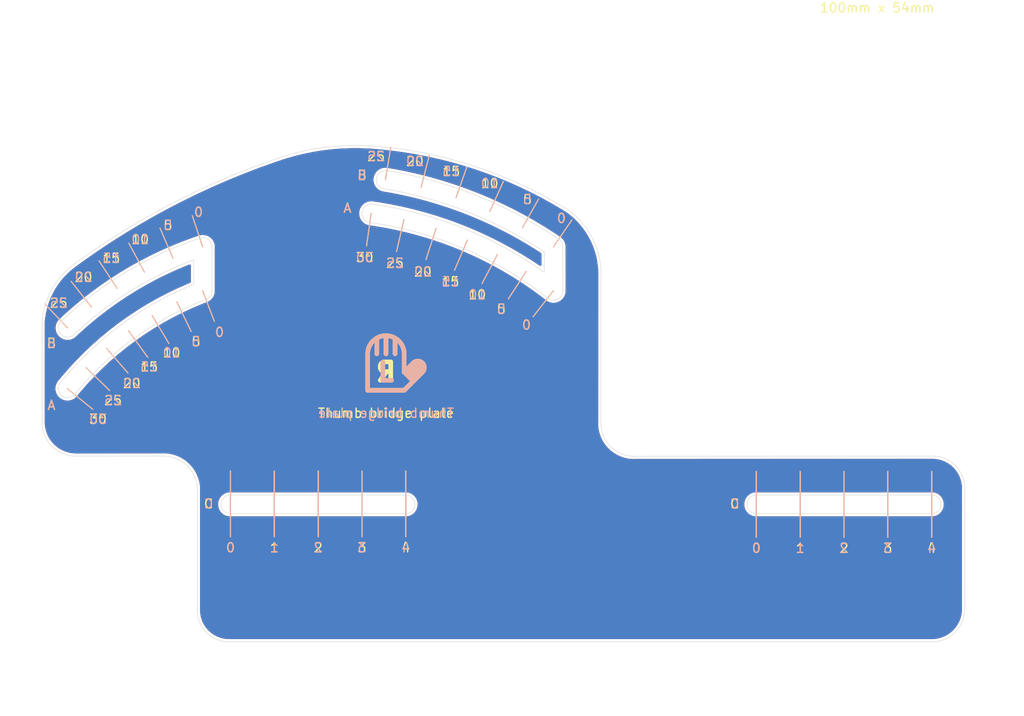
<source format=kicad_pcb>
(kicad_pcb (version 20210228) (generator pcbnew)
  (title_block (rev "1") (company "@e3w2q"))
  (layers (0 "F.Cu" signal) (31 "B.Cu" signal) (34 "B.Paste" user) (35 "F.Paste" user) (36 "B.SilkS" user "B.Silkscreen") (37 "F.SilkS" user "F.Silkscreen") (38 "B.Mask" user) (39 "F.Mask" user) (44 "Edge.Cuts" user))
  (net 0 "")
  (gr_line (start 120.843441 97.371634) (end 120.843441 104.515385) (layer "B.SilkS") (width 0.12))
  (gr_line (start 73.251812 97.319668) (end 73.251812 104.463419) (layer "B.SilkS") (width 0.12))
  (gr_line (start 78.016786 97.318492) (end 78.016786 104.462241) (layer "B.SilkS") (width 0.12))
  (gr_line (start 49.621228 75.699968) (end 47.924193 72.555411) (layer "B.SilkS") (width 0.12))
  (gr_line (start 73.868567 88.54637) (end 77.837319 88.54637) (layer "B.SilkS") (width 0.5))
  (gr_arc (start 75.852943 84.577618) (end 73.868567 84.577618) (angle 180) (layer "B.SilkS") (width 0.5))
  (gr_line (start 77.810152 69.979648) (end 77.005293 73.457114) (layer "B.SilkS") (width 0.12))
  (gr_line (start 87.970264 73.778992) (end 86.292796 76.929653) (layer "B.SilkS") (width 0.12))
  (gr_line (start 78.829506 87.554181) (end 77.837318 86.561994) (layer "B.SilkS") (width 0.5))
  (gr_line (start 78.014312 97.319668) (end 78.014312 104.463419) (layer "B.SilkS") (width 0.12))
  (gr_line (start 55.942177 77.719193) (end 57.215895 81.05212) (layer "B.SilkS") (width 0.12))
  (gr_line (start 90.678442 70.874585) (end 92.430032 67.761527) (layer "B.SilkS") (width 0.12))
  (gr_line (start 43.870354 79.499597) (end 41.653054 76.697499) (layer "B.SilkS") (width 0.12))
  (gr_line (start 58.964312 97.319668) (end 58.964312 104.463419) (layer "B.SilkS") (width 0.12))
  (gr_line (start 46.662843 77.474238) (end 44.6982 74.489553) (layer "B.SilkS") (width 0.12))
  (gr_line (start 76.845131 84.577618) (end 76.845131 83.089336) (layer "B.SilkS") (width 0.5))
  (gr_line (start 135.133415 97.370458) (end 135.133415 104.514207) (layer "B.SilkS") (width 0.12))
  (gr_line (start 79.623236 85.768242) (end 78.432608 86.95887) (layer "B.SilkS") (width 0.5))
  (gr_line (start 52.722993 74.19029) (end 51.306482 70.909792) (layer "B.SilkS") (width 0.12))
  (gr_line (start 55.944532 72.956693) (end 54.819325 69.565221) (layer "B.SilkS") (width 0.12))
  (gr_line (start 81.303208 70.948564) (end 80.198331 74.342649) (layer "B.SilkS") (width 0.12))
  (gr_line (start 73.868567 88.54637) (end 73.868567 84.577618) (layer "B.SilkS") (width 0.5))
  (gr_line (start 43.275598 86.077917) (end 45.838534 88.560278) (layer "B.SilkS") (width 0.12))
  (gr_line (start 68.491786 97.318492) (end 68.491786 104.462241) (layer "B.SilkS") (width 0.12))
  (gr_line (start 91.093523 75.618962) (end 89.147841 78.611433) (layer "B.SilkS") (width 0.12))
  (gr_line (start 45.497012 83.975689) (end 47.833843 86.671979) (layer "B.SilkS") (width 0.12))
  (gr_arc (start 79.325601 86.0659) (end 79.821694 86.561993) (angle -180) (layer "B.SilkS") (width 0.5))
  (gr_line (start 50.445908 80.390524) (end 52.279032 83.451638) (layer "B.SilkS") (width 0.12))
  (gr_line (start 79.821693 86.165121) (end 78.829484 87.157308) (layer "B.SilkS") (width 0.5))
  (gr_line (start 78.829508 85.569807) (end 77.837319 86.561994) (layer "B.SilkS") (width 0.5))
  (gr_line (start 75.852943 84.577618) (end 75.852943 82.593242) (layer "B.SilkS") (width 0.5))
  (gr_line (start 83.465897 67.618012) (end 84.6503 64.248088) (layer "B.SilkS") (width 0.12))
  (gr_line (start 84.698526 72.218233) (end 83.302039 75.503106) (layer "B.SilkS") (width 0.12))
  (gr_line (start 116.080941 97.371634) (end 116.080941 104.515385) (layer "B.SilkS") (width 0.12))
  (gr_line (start 74.860755 84.577618) (end 74.860755 83.089336) (layer "B.SilkS") (width 0.5))
  (gr_line (start 125.608415 97.370458) (end 125.608415 104.514207) (layer "B.SilkS") (width 0.12))
  (gr_line (start 130.368441 97.371634) (end 130.368441 104.515385) (layer "B.SilkS") (width 0.12))
  (gr_line (start 79.22636 85.569804) (end 78.23417 86.561994) (layer "B.SilkS") (width 0.5))
  (gr_line (start 79.821694 86.561993) (end 77.837319 88.54637) (layer "B.SilkS") (width 0.5))
  (gr_line (start 41.265013 81.76063) (end 38.811931 79.162445) (layer "B.SilkS") (width 0.12))
  (gr_line (start 130.370915 97.370458) (end 130.370915 104.514207) (layer "B.SilkS") (width 0.12))
  (gr_line (start 87.143262 69.088845) (end 88.616866 65.834972) (layer "B.SilkS") (width 0.12))
  (gr_line (start 120.845915 97.370458) (end 120.845915 104.514207) (layer "B.SilkS") (width 0.12))
  (gr_line (start 68.489312 97.319668) (end 68.489312 104.463419) (layer "B.SilkS") (width 0.12))
  (gr_line (start 63.729286 97.318492) (end 63.729286 104.462241) (layer "B.SilkS") (width 0.12))
  (gr_line (start 79.674334 66.473279) (end 80.560522 63.012951) (layer "B.SilkS") (width 0.12))
  (gr_line (start 125.605941 97.371634) (end 125.605941 104.515385) (layer "B.SilkS") (width 0.12))
  (gr_line (start 74.245941 69.318859) (end 73.747226 72.85324) (layer "B.SilkS") (width 0.12))
  (gr_line (start 41.245858 88.365754) (end 44.015393 90.615294) (layer "B.SilkS") (width 0.12))
  (gr_line (start 53.135726 78.934872) (end 54.695081 82.144105) (layer "B.SilkS") (width 0.12))
  (gr_line (start 73.254286 97.318492) (end 73.254286 104.462241) (layer "B.SilkS") (width 0.12))
  (gr_line (start 58.966786 97.318492) (end 58.966786 104.462241) (layer "B.SilkS") (width 0.12))
  (gr_line (start 77.837319 86.561994) (end 77.837319 84.577618) (layer "B.SilkS") (width 0.5))
  (gr_line (start 135.130941 97.371634) (end 135.130941 104.515385) (layer "B.SilkS") (width 0.12))
  (gr_line (start 94.044533 77.724141) (end 91.845444 80.535647) (layer "B.SilkS") (width 0.12))
  (gr_line (start 75.797429 65.663359) (end 76.378658 62.138962) (layer "B.SilkS") (width 0.12))
  (gr_line (start 47.893194 82.07507) (end 49.986136 84.964768) (layer "B.SilkS") (width 0.12))
  (gr_line (start 116.083415 97.370458) (end 116.083415 104.514207) (layer "B.SilkS") (width 0.12))
  (gr_line (start 94.044532 72.961641) (end 96.060777 70.01309) (layer "B.SilkS") (width 0.12))
  (gr_line (start 63.726812 97.319668) (end 63.726812 104.463419) (layer "B.SilkS") (width 0.12))
  (gr_line (start 55.944532 72.956693) (end 54.819325 69.565221) (layer "F.SilkS") (width 0.12))
  (gr_line (start 45.497012 83.975689) (end 47.833843 86.671979) (layer "F.SilkS") (width 0.12))
  (gr_line (start 68.49426 104.461064) (end 68.49426 97.317313) (layer "F.SilkS") (width 0.12))
  (gr_line (start 125.608415 104.514208) (end 125.608415 97.370458) (layer "F.SilkS") (width 0.12))
  (gr_line (start 94.044532 72.961641) (end 96.060777 70.01309) (layer "F.SilkS") (width 0.12))
  (gr_line (start 77.810152 69.979648) (end 77.005293 73.457114) (layer "F.SilkS") (width 0.12))
  (gr_line (start 74.860755 84.577618) (end 74.860755 83.089336) (layer "F.SilkS") (width 0.5))
  (gr_line (start 73.868567 88.54637) (end 73.868567 84.577618) (layer "F.SilkS") (width 0.5))
  (gr_line (start 63.729286 104.462242) (end 63.729286 97.318492) (layer "F.SilkS") (width 0.12))
  (gr_line (start 79.226361 85.569804) (end 78.234171 86.561994) (layer "F.SilkS") (width 0.5))
  (gr_line (start 79.623237 85.768242) (end 78.432609 86.95887) (layer "F.SilkS") (width 0.5))
  (gr_line (start 46.662843 77.474238) (end 44.6982 74.489553) (layer "F.SilkS") (width 0.12))
  (gr_line (start 78.829507 87.554181) (end 77.837319 86.561994) (layer "F.SilkS") (width 0.5))
  (gr_line (start 52.722993 74.19029) (end 51.306482 70.909792) (layer "F.SilkS") (width 0.12))
  (gr_line (start 55.942177 77.719193) (end 57.215895 81.05212) (layer "F.SilkS") (width 0.12))
  (gr_line (start 79.821694 86.561993) (end 77.837319 88.54637) (layer "F.SilkS") (width 0.5))
  (gr_line (start 83.465897 67.618012) (end 84.6503 64.248088) (layer "F.SilkS") (width 0.12))
  (gr_line (start 120.845915 104.514208) (end 120.845915 97.370458) (layer "F.SilkS") (width 0.12))
  (gr_line (start 41.265013 81.76063) (end 38.811931 79.162445) (layer "F.SilkS") (width 0.12))
  (gr_line (start 135.133415 104.514208) (end 135.133415 97.370458) (layer "F.SilkS") (width 0.12))
  (gr_arc (start 75.852943 84.577618) (end 77.837319 84.577618) (angle -180) (layer "F.SilkS") (width 0.5))
  (gr_line (start 78.01926 104.461064) (end 78.01926 97.317313) (layer "F.SilkS") (width 0.12))
  (gr_line (start 81.303208 70.948564) (end 80.198331 74.342649) (layer "F.SilkS") (width 0.12))
  (gr_line (start 50.445908 80.390524) (end 52.279032 83.451638) (layer "F.SilkS") (width 0.12))
  (gr_line (start 53.135726 78.934872) (end 54.695081 82.144105) (layer "F.SilkS") (width 0.12))
  (gr_line (start 49.621228 75.699968) (end 47.924193 72.555411) (layer "F.SilkS") (width 0.12))
  (gr_line (start 78.829508 85.569807) (end 77.837319 86.561994) (layer "F.SilkS") (width 0.5))
  (gr_line (start 43.870354 79.499597) (end 41.653054 76.697499) (layer "F.SilkS") (width 0.12))
  (gr_line (start 75.797429 65.663359) (end 76.378658 62.138962) (layer "F.SilkS") (width 0.12))
  (gr_line (start 63.73176 104.461064) (end 63.73176 97.317313) (layer "F.SilkS") (width 0.12))
  (gr_line (start 47.893194 82.07507) (end 49.986136 84.964768) (layer "F.SilkS") (width 0.12))
  (gr_line (start 58.966786 104.462242) (end 58.966786 97.318492) (layer "F.SilkS") (width 0.12))
  (gr_line (start 91.093523 75.618962) (end 89.147841 78.611433) (layer "F.SilkS") (width 0.12))
  (gr_arc (start 79.325601 86.0659) (end 79.821694 86.561993) (angle -180) (layer "F.SilkS") (width 0.5))
  (gr_line (start 79.674334 66.473279) (end 80.560522 63.012951) (layer "F.SilkS") (width 0.12))
  (gr_line (start 75.852943 84.577618) (end 75.852943 82.593242) (layer "F.SilkS") (width 0.5))
  (gr_line (start 135.135889 104.51303) (end 135.135889 97.369279) (layer "F.SilkS") (width 0.12))
  (gr_line (start 77.837319 88.54637) (end 73.868567 88.54637) (layer "F.SilkS") (width 0.5))
  (gr_line (start 84.698526 72.218233) (end 83.302039 75.503106) (layer "F.SilkS") (width 0.12))
  (gr_line (start 41.245858 88.365754) (end 44.015393 90.615294) (layer "F.SilkS") (width 0.12))
  (gr_line (start 90.678442 70.874585) (end 92.430032 67.761527) (layer "F.SilkS") (width 0.12))
  (gr_line (start 58.96926 104.461064) (end 58.96926 97.317313) (layer "F.SilkS") (width 0.12))
  (gr_line (start 120.848389 104.51303) (end 120.848389 97.369279) (layer "F.SilkS") (width 0.12))
  (gr_line (start 74.245941 69.318859) (end 73.747226 72.85324) (layer "F.SilkS") (width 0.12))
  (gr_line (start 78.016786 104.462242) (end 78.016786 97.318492) (layer "F.SilkS") (width 0.12))
  (gr_line (start 87.143262 69.088845) (end 88.616866 65.834972) (layer "F.SilkS") (width 0.12))
  (gr_line (start 116.085889 104.51303) (end 116.085889 97.369279) (layer "F.SilkS") (width 0.12))
  (gr_line (start 94.044533 77.724141) (end 91.845444 80.535647) (layer "F.SilkS") (width 0.12))
  (gr_line (start 79.821694 86.165121) (end 78.829485 87.157308) (layer "F.SilkS") (width 0.5))
  (gr_line (start 77.837319 86.561994) (end 77.837319 84.577618) (layer "F.SilkS") (width 0.5))
  (gr_line (start 116.083415 104.514208) (end 116.083415 97.370458) (layer "F.SilkS") (width 0.12))
  (gr_line (start 125.610889 104.51303) (end 125.610889 97.369279) (layer "F.SilkS") (width 0.12))
  (gr_line (start 130.373389 104.51303) (end 130.373389 97.369279) (layer "F.SilkS") (width 0.12))
  (gr_line (start 130.370915 104.514208) (end 130.370915 97.370458) (layer "F.SilkS") (width 0.12))
  (gr_line (start 73.25676 104.461064) (end 73.25676 97.317313) (layer "F.SilkS") (width 0.12))
  (gr_line (start 87.970264 73.778992) (end 86.292796 76.929653) (layer "F.SilkS") (width 0.12))
  (gr_line (start 76.845131 84.577618) (end 76.845131 83.089336) (layer "F.SilkS") (width 0.5))
  (gr_line (start 73.254286 104.462242) (end 73.254286 97.318492) (layer "F.SilkS") (width 0.12))
  (gr_line (start 43.275598 86.077917) (end 45.838534 88.560278) (layer "F.SilkS") (width 0.12))
  (gr_line (start 68.491786 104.462242) (end 68.491786 97.318492) (layer "F.SilkS") (width 0.12))
  (gr_arc (start 70.916954 108.528701) (end 74.447385 61.995438) (angle 27.68248915) (layer "Edge.Cuts") (width 0.05))
  (gr_arc (start 68.411756 110.562128) (end 75.600237 66.637064) (angle 24.32361698) (layer "Edge.Cuts") (width 0.05))
  (gr_arc (start 68.618827 110.688405) (end 41.939149 82.514583) (angle 22.82881764) (layer "Edge.Cuts") (width 0.05))
  (gr_arc (start 68.430693 110.546405) (end 93.058582 75.720868) (angle -27.24940108) (layer "Edge.Cuts") (width 0.05))
  (gr_arc (start 90.654799 75.912965) (end 99.218659 75.708867) (angle -52.87116302) (layer "Edge.Cuts") (width 0.05))
  (gr_arc (start 94.059819 77.719459) (end 93.465243 78.538905) (angle -125.7048591) (layer "Edge.Cuts") (width 0.05))
  (gr_arc (start 77.985792 100.942048) (end 77.985792 99.935025) (angle 179.9925466) (layer "Edge.Cuts") (width 0.05))
  (gr_line (start 116.085872 101.949062) (end 135.13592 101.949062) (layer "Edge.Cuts") (width 0.05))
  (gr_arc (start 51.688013 99.380849) (end 55.363861 99.124563) (angle -85.80497179) (layer "Edge.Cuts") (width 0.05))
  (gr_line (start 55.363861 112.514054) (end 55.363861 99.124563) (layer "Edge.Cuts") (width 0.05))
  (gr_line (start 138.720619 99.045464) (end 138.724309 112.328562) (layer "Edge.Cuts") (width 0.05))
  (gr_line (start 51.701308 95.696102) (end 42.068515 95.705229) (layer "Edge.Cuts") (width 0.05))
  (gr_line (start 38.496631 92.124218) (end 38.496631 81.045438) (layer "Edge.Cuts") (width 0.05))
  (gr_line (start 102.777597 95.71259) (end 135.148735 95.696102) (layer "Edge.Cuts") (width 0.05))
  (gr_arc (start 68.408705 110.624679) (end 75.974448 64.669058) (angle 24.90749335) (layer "Edge.Cuts") (width 0.05))
  (gr_line (start 54.963967 77.03772) (end 54.959875 74.370331) (layer "Edge.Cuts") (width 0.05))
  (gr_arc (start 72.517862 87.852543) (end 74.447385 61.995438) (angle -22.22083855) (layer "Edge.Cuts") (width 0.05))
  (gr_arc (start 116.085741 100.942039) (end 116.085741 99.935016) (angle -180.0074534) (layer "Edge.Cuts") (width 0.05))
  (gr_line (start 56.967147 72.959734) (end 56.967147 77.724356) (layer "Edge.Cuts") (width 0.05))
  (gr_arc (start 74.261469 69.315054) (end 74.380045 68.3095) (angle -174.7674262) (layer "Edge.Cuts") (width 0.05))
  (gr_line (start 58.935744 99.935025) (end 77.985792 99.935025) (layer "Edge.Cuts") (width 0.05))
  (gr_arc (start 41.263636 88.35927) (end 40.498792 87.705054) (angle -179.2709136) (layer "Edge.Cuts") (width 0.05))
  (gr_arc (start 135.135789 100.942039) (end 135.135789 99.935016) (angle 179.9925466) (layer "Edge.Cuts") (width 0.05))
  (gr_arc (start 55.944532 77.716869) (end 56.376906 78.643611) (angle -64.56898861) (layer "Edge.Cuts") (width 0.05))
  (gr_line (start 58.935875 101.949071) (end 77.985923 101.949071) (layer "Edge.Cuts") (width 0.05))
  (gr_arc (start 94.03033 72.976546) (end 95.065054 72.963196) (angle -54.17347707) (layer "Edge.Cuts") (width 0.05))
  (gr_arc (start 68.513443 110.549471) (end 56.376906 78.643611) (angle -30.0794375) (layer "Edge.Cuts") (width 0.05))
  (gr_arc (start 68.278459 110.233747) (end 54.963967 77.03772) (angle -29.10363998) (layer "Edge.Cuts") (width 0.05))
  (gr_arc (start 102.790543 92.124218) (end 99.205713 92.284129) (angle -87.23915185) (layer "Edge.Cuts") (width 0.05))
  (gr_arc (start 41.275788 81.764304) (end 40.602948 81.022514) (angle -179.2720101) (layer "Edge.Cuts") (width 0.05))
  (gr_arc (start 55.955398 72.972721) (end 55.656389 72.006079) (angle 106.4528599) (layer "Edge.Cuts") (width 0.05))
  (gr_line (start 99.218659 75.708867) (end 99.205713 92.284129) (layer "Edge.Cuts") (width 0.05))
  (gr_line (start 93.058582 75.720868) (end 93.054436 73.496998) (layer "Edge.Cuts") (width 0.05))
  (gr_line (start 116.085741 99.935016) (end 135.135789 99.935016) (layer "Edge.Cuts") (width 0.05))
  (gr_arc (start 42.180919 92.021214) (end 38.496631 92.124218) (angle -86.65093715) (layer "Edge.Cuts") (width 0.05))
  (gr_arc (start 75.806973 65.656793) (end 75.974448 64.669058) (angle -177.7142582) (layer "Edge.Cuts") (width 0.05))
  (gr_line (start 95.065054 72.963196) (end 95.072237 77.724038) (layer "Edge.Cuts") (width 0.05))
  (gr_arc (start 135.14761 112.315658) (end 135.334375 115.8875) (angle -86.8001251) (layer "Edge.Cuts") (width 0.05))
  (gr_arc (start 58.799354 112.452006) (end 55.363861 112.514054) (angle -87.93061846) (layer "Edge.Cuts") (width 0.05))
  (gr_arc (start 46.989952 81.748095) (end 41.905859 74.908342) (angle -48.646673) (layer "Edge.Cuts") (width 0.05))
  (gr_arc (start 68.49426 110.414188) (end 93.465242 78.538906) (angle -30.18638053) (layer "Edge.Cuts") (width 0.05))
  (gr_arc (start 68.443695 110.429697) (end 40.602948 81.022514) (angle 25.02530279) (layer "Edge.Cuts") (width 0.05))
  (gr_line (start 135.334375 115.8875) (end 58.737307 115.8875) (layer "Edge.Cuts") (width 0.05))
  (gr_arc (start 58.935744 100.942048) (end 58.935744 99.935025) (angle -180.0074534) (layer "Edge.Cuts") (width 0.05))
  (gr_arc (start 90.391145 140.782054) (end 41.905859 74.908342) (angle 17.91917733) (layer "Edge.Cuts") (width 0.05))
  (gr_arc (start 135.217808 99.201715) (end 138.720619 99.045464) (angle -88.57466604) (layer "Edge.Cuts") (width 0.05))
  (gr_text "0" (at 55.497528 69.177765) (layer "B.SilkS") (effects (font (size 1 1)) (justify mirror)))
  (gr_text "5" (at 52.174661 70.611952) (layer "B.SilkS") (effects (font (size 1 1)) (justify mirror)))
  (gr_text "0" (at 116.08589 105.705998) (layer "B.SilkS") (effects (font (size 1 1)) (justify mirror)))
  (gr_text "25" (at 76.839027 74.728819) (layer "B.SilkS") (effects (font (size 1 1)) (justify mirror)))
  (gr_text "0" (at 94.912616 69.856447) (layer "B.SilkS") (effects (font (size 1 1)) (justify mirror)))
  (gr_text "20" (at 43.01118 76.246584) (layer "B.SilkS") (effects (font (size 1 1)) (justify mirror)))
  (gr_text "20" (at 79.004401 63.654896) (layer "B.SilkS") (effects (font (size 1 1)) (justify mirror)))
  (gr_text "15" (at 82.949589 64.746051) (layer "B.SilkS") (effects (font (size 1 1)) (justify mirror)))
  (gr_text "25" (at 74.786393 63.131168) (layer "B.SilkS") (effects (font (size 1 1)) (justify mirror)))
  (gr_text "3" (at 130.37339 105.705998) (layer "B.SilkS") (effects (font (size 1 1)) (justify mirror)))
  (gr_text "10" (at 87.128844 66.057659) (layer "B.SilkS") (effects (font (size 1 1)) (justify mirror)))
  (gr_text "5" (at 55.225781 83.254336) (layer "B.SilkS") (effects (font (size 1 1)) (justify mirror)))
  (gr_text "15" (at 82.859643 76.737497) (layer "B.SilkS") (effects (font (size 1 1)) (justify mirror)))
  (gr_text "L" (at 75.852943 86.561994) (layer "B.SilkS") (effects (font (size 2 2) (thickness 0.5))))
  (gr_text "20" (at 48.253635 87.792313) (layer "B.SilkS") (effects (font (size 1 1)) (justify mirror)))
  (gr_text "2" (at 125.61089 105.705998) (layer "B.SilkS") (effects (font (size 1 1)) (justify mirror)))
  (gr_text "30" (at 73.553491 74.111619) (layer "B.SilkS") (effects (font (size 1 1)) (justify mirror)))
  (gr_text "B" (at 39.522385 83.426688) (layer "B.SilkS") (effects (font (size 1 1)) (justify mirror)))
  (gr_text "0" (at 91.116135 81.442313) (layer "B.SilkS") (effects (font (size 1 1)) (justify mirror)))
  (gr_text "15" (at 46.022974 74.181354) (layer "B.SilkS") (effects (font (size 1 1)) (justify mirror)))
  (gr_text "5" (at 91.221308 67.805144) (layer "B.SilkS") (effects (font (size 1 1)) (justify mirror)))
  (gr_text "10" (at 49.16187 72.147032) (layer "B.SilkS") (effects (font (size 1 1)) (justify mirror)))
  (gr_text "Thumb bridge plate" (at 75.852943 91.02684) (layer "B.SilkS") (effects (font (size 1 1)) (justify mirror)))
  (gr_text "4" (at 78.019261 105.654032) (layer "B.SilkS") (effects (font (size 1 1)) (justify mirror)))
  (gr_text "20" (at 79.872334 75.66871) (layer "B.SilkS") (effects (font (size 1 1)) (justify mirror)))
  (gr_text "A" (at 71.66926 68.742313) (layer "B.SilkS") (effects (font (size 1 1)) (justify mirror)))
  (gr_text "15" (at 50.133667 85.999079) (layer "B.SilkS") (effects (font (size 1 1)) (justify mirror)))
  (gr_text "3" (at 73.256761 105.654032) (layer "B.SilkS") (effects (font (size 1 1)) (justify mirror)))
  (gr_text "0" (at 57.778635 82.236063) (layer "B.SilkS") (effects (font (size 1 1)) (justify mirror)))
  (gr_text "25" (at 46.217088 89.652059) (layer "B.SilkS") (effects (font (size 1 1)) (justify mirror)))
  (gr_text "30" (at 44.582364 91.681684) (layer "B.SilkS") (effects (font (size 1 1)) (justify mirror)))
  (gr_text "5" (at 88.386231 79.720539) (layer "B.SilkS") (effects (font (size 1 1)) (justify mirror)))
  (gr_text "C" (at 56.58801 100.889188) (layer "B.SilkS") (effects (font (size 1 1)) (justify mirror)))
  (gr_text "C" (at 113.73801 100.889188) (layer "B.SilkS") (effects (font (size 1 1)) (justify mirror)))
  (gr_text "4" (at 135.13589 105.705998) (layer "B.SilkS") (effects (font (size 1 1)) (justify mirror)))
  (gr_text "10" (at 52.571786 84.464499) (layer "B.SilkS") (effects (font (size 1 1)) (justify mirror)))
  (gr_text "1" (at 120.84839 105.705998) (layer "B.SilkS") (effects (font (size 1 1)) (justify mirror)))
  (gr_text "2" (at 68.494261 105.654032) (layer "B.SilkS") (effects (font (size 1 1)) (justify mirror)))
  (gr_text "1" (at 63.731761 105.654032) (layer "B.SilkS") (effects (font (size 1 1)) (justify mirror)))
  (gr_text "10" (at 85.76834 78.152328) (layer "B.SilkS") (effects (font (size 1 1)) (justify mirror)))
  (gr_text "B" (at 73.25676 65.170438) (layer "B.SilkS") (effects (font (size 1 1)) (justify mirror)))
  (gr_text "25" (at 40.316135 79.061063) (layer "B.SilkS") (effects (font (size 1 1)) (justify mirror)))
  (gr_text "0" (at 58.969261 105.654032) (layer "B.SilkS") (effects (font (size 1 1)) (justify mirror)))
  (gr_text "A" (at 39.522385 90.173563) (layer "B.SilkS") (effects (font (size 1 1)) (justify mirror)))
  (gr_text "C" (at 56.58801 100.889188) (layer "F.SilkS") (effects (font (size 1 1))))
  (gr_text "25" (at 76.839027 74.728819) (layer "F.SilkS") (effects (font (size 1 1))))
  (gr_text "4" (at 135.13589 105.705998) (layer "F.SilkS") (effects (font (size 1 1))))
  (gr_text "4" (at 78.019261 105.654032) (layer "F.SilkS") (effects (font (size 1 1))))
  (gr_text "2" (at 125.61089 105.705998) (layer "F.SilkS") (effects (font (size 1 1))))
  (gr_text "10" (at 52.571786 84.464499) (layer "F.SilkS") (effects (font (size 1 1))))
  (gr_text "15" (at 82.949589 64.746051) (layer "F.SilkS") (effects (font (size 1 1))))
  (gr_text "5" (at 91.221308 67.805144) (layer "F.SilkS") (effects (font (size 1 1))))
  (gr_text "20" (at 48.253635 87.792313) (layer "F.SilkS") (effects (font (size 1 1))))
  (gr_text "15" (at 50.133667 85.999079) (layer "F.SilkS") (effects (font (size 1 1))))
  (gr_text "10" (at 85.76834 78.152328) (layer "F.SilkS") (effects (font (size 1 1))))
  (gr_text "0" (at 58.969261 105.654032) (layer "F.SilkS") (effects (font (size 1 1))))
  (gr_text "100mm x 54mm" (at 129.20675 46.97) (layer "F.SilkS") (effects (font (size 1 1))))
  (gr_text "0" (at 55.497528 69.177765) (layer "F.SilkS") (effects (font (size 1 1))))
  (gr_text "30" (at 44.582364 91.681684) (layer "F.SilkS") (effects (font (size 1 1))))
  (gr_text "5" (at 55.225781 83.254336) (layer "F.SilkS") (effects (font (size 1 1))))
  (gr_text "20" (at 79.872334 75.66871) (layer "F.SilkS") (effects (font (size 1 1))))
  (gr_text "10" (at 49.16187 72.147032) (layer "F.SilkS") (effects (font (size 1 1))))
  (gr_text "C" (at 113.73801 100.889188) (layer "F.SilkS") (effects (font (size 1 1))))
  (gr_text "3" (at 130.37339 105.705998) (layer "F.SilkS") (effects (font (size 1 1))))
  (gr_text "5" (at 88.386231 79.720539) (layer "F.SilkS") (effects (font (size 1 1))))
  (gr_text "1" (at 63.731761 105.654032) (layer "F.SilkS") (effects (font (size 1 1))))
  (gr_text "30" (at 73.553491 74.111619) (layer "F.SilkS") (effects (font (size 1 1))))
  (gr_text "3" (at 73.256761 105.654032) (layer "F.SilkS") (effects (font (size 1 1))))
  (gr_text "R" (at 75.852943 86.561994) (layer "F.SilkS") (effects (font (size 2 2) (thickness 0.5)) (justify mirror)))
  (gr_text "0" (at 94.912616 69.856447) (layer "F.SilkS") (effects (font (size 1 1))))
  (gr_text "Thumb bridge plate" (at 75.852943 91.02684) (layer "F.SilkS") (effects (font (size 1 1))))
  (gr_text "A" (at 39.522385 90.173563) (layer "F.SilkS") (effects (font (size 1 1))))
  (gr_text "5" (at 52.174661 70.611952) (layer "F.SilkS") (effects (font (size 1 1))))
  (gr_text "25" (at 46.217088 89.652059) (layer "F.SilkS") (effects (font (size 1 1))))
  (gr_text "B" (at 39.522385 83.426688) (layer "F.SilkS") (effects (font (size 1 1))))
  (gr_text "1" (at 120.84839 105.705998) (layer "F.SilkS") (effects (font (size 1 1))))
  (gr_text "25" (at 74.786393 63.131168) (layer "F.SilkS") (effects (font (size 1 1))))
  (gr_text "20" (at 43.01118 76.246584) (layer "F.SilkS") (effects (font (size 1 1))))
  (gr_text "20" (at 79.004401 63.654896) (layer "F.SilkS") (effects (font (size 1 1))))
  (gr_text "A" (at 71.66926 68.742313) (layer "F.SilkS") (effects (font (size 1 1))))
  (gr_text "2" (at 68.494261 105.654032) (layer "F.SilkS") (effects (font (size 1 1))))
  (gr_text "0" (at 116.08589 105.705998) (layer "F.SilkS") (effects (font (size 1 1))))
  (gr_text "10" (at 87.128844 66.057659) (layer "F.SilkS") (effects (font (size 1 1))))
  (gr_text "25" (at 40.316135 79.061063) (layer "F.SilkS") (effects (font (size 1 1))))
  (gr_text "0" (at 91.116135 81.442313) (layer "F.SilkS") (effects (font (size 1 1))))
  (gr_text "15" (at 82.859643 76.737497) (layer "F.SilkS") (effects (font (size 1 1))))
  (gr_text "B" (at 73.25676 65.170438) (layer "F.SilkS") (effects (font (size 1 1))))
  (gr_text "15" (at 46.022974 74.181354) (layer "F.SilkS") (effects (font (size 1 1))))
  (gr_text "0" (at 57.778635 82.236063) (layer "F.SilkS") (effects (font (size 1 1))))
  (zone (net 0) (net_name "") (layers F&B.Cu) (connect_pads (clearance 0.3)) (min_thickness 0.254) (fill yes (thermal_gap 0.508) (thermal_bridge_width 0.508))
    (polygon (pts (xy 33.932898 123.933026) (xy 145.165787 123.933026) (xy 145.165787 53.975136) (xy 33.932898 53.975136)))
  )
)
</source>
